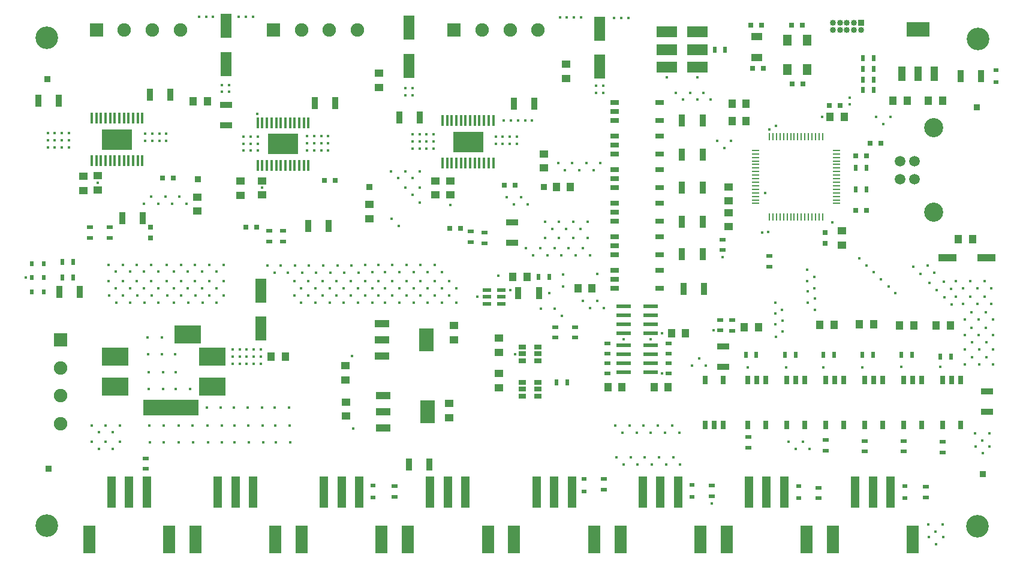
<source format=gts>
G04 #@! TF.FileFunction,Soldermask,Top*
%FSLAX46Y46*%
G04 Gerber Fmt 4.6, Leading zero omitted, Abs format (unit mm)*
G04 Created by KiCad (PCBNEW 4.0.1-stable) date 2018/02/20 17:04:27*
%MOMM*%
G01*
G04 APERTURE LIST*
%ADD10C,0.150000*%
%ADD11R,0.900000X1.700000*%
%ADD12C,0.400000*%
%ADD13R,1.600000X3.500000*%
%ADD14R,3.800000X2.500000*%
%ADD15R,7.900000X2.300000*%
%ADD16C,1.900000*%
%ADD17R,1.900000X1.900000*%
%ADD18R,1.000000X1.250000*%
%ADD19R,0.800000X0.750000*%
%ADD20R,1.250000X1.000000*%
%ADD21R,0.750000X0.800000*%
%ADD22R,0.850000X0.850000*%
%ADD23R,1.060000X0.650000*%
%ADD24R,0.800000X0.600000*%
%ADD25R,0.600000X0.800000*%
%ADD26O,0.850000X0.850000*%
%ADD27R,0.900000X0.500000*%
%ADD28R,1.700000X0.900000*%
%ADD29R,0.500000X0.900000*%
%ADD30R,2.500000X1.000000*%
%ADD31R,3.000000X1.500000*%
%ADD32R,1.000000X0.250000*%
%ADD33R,0.250000X1.000000*%
%ADD34R,2.000000X0.530000*%
%ADD35R,1.200000X0.500000*%
%ADD36R,1.200000X1.500000*%
%ADD37R,1.600000X1.000000*%
%ADD38R,1.800000X3.900000*%
%ADD39R,1.300000X4.500000*%
%ADD40R,0.800000X1.200000*%
%ADD41R,1.200000X0.800000*%
%ADD42C,1.520000*%
%ADD43C,2.700000*%
%ADD44R,0.450000X1.650000*%
%ADD45R,4.320000X3.000000*%
%ADD46C,3.200000*%
%ADD47R,2.000000X3.200000*%
%ADD48R,2.000000X1.000000*%
%ADD49R,3.200000X2.000000*%
%ADD50R,1.000000X2.000000*%
G04 APERTURE END LIST*
D10*
D11*
X202300000Y-127500000D03*
X205200000Y-127500000D03*
D12*
X201150000Y-127000000D03*
X196500000Y-128000000D03*
X199500000Y-125050000D03*
D13*
X165950000Y-132500000D03*
X165950000Y-127100000D03*
D12*
X161950000Y-135450000D03*
X162950000Y-135450000D03*
X161950000Y-136450000D03*
X162950000Y-136450000D03*
X161950000Y-137450000D03*
X162950000Y-137450000D03*
X154350000Y-148550000D03*
X156350000Y-148550000D03*
X156300000Y-146150000D03*
X154300000Y-146150000D03*
X150200000Y-146150000D03*
X152200000Y-146150000D03*
X152250000Y-148550000D03*
X150250000Y-148550000D03*
X168050000Y-148550000D03*
X170050000Y-148550000D03*
X170000000Y-146150000D03*
X168000000Y-146150000D03*
X169900000Y-143600000D03*
X167900000Y-143600000D03*
X166100000Y-143600000D03*
X166200000Y-146150000D03*
X166250000Y-148550000D03*
X158450000Y-148550000D03*
X160450000Y-148550000D03*
X160400000Y-146150000D03*
X158400000Y-146150000D03*
X160300000Y-143600000D03*
X158300000Y-143600000D03*
X162100000Y-143600000D03*
X164100000Y-143600000D03*
X162200000Y-146150000D03*
X164200000Y-146150000D03*
X164250000Y-148550000D03*
X162250000Y-148550000D03*
X153950000Y-141050000D03*
X155950000Y-141050000D03*
X153900000Y-138650000D03*
X153800000Y-136100000D03*
X150000000Y-136100000D03*
X152000000Y-136100000D03*
X151950000Y-133700000D03*
X149950000Y-133700000D03*
X150100000Y-138650000D03*
X152100000Y-138650000D03*
X152150000Y-141050000D03*
X150150000Y-141050000D03*
D14*
X155650000Y-133300000D03*
X159050000Y-136400000D03*
X159050000Y-140700000D03*
D15*
X153200000Y-143600000D03*
D14*
X145350000Y-136400000D03*
X145350000Y-140700000D03*
D12*
X243450000Y-149500000D03*
X241450000Y-149500000D03*
X242450000Y-148500000D03*
X240450000Y-148500000D03*
X159700000Y-128800000D03*
X157700000Y-128800000D03*
X155700000Y-128800000D03*
X153700000Y-128800000D03*
X160700000Y-127800000D03*
X158700000Y-127800000D03*
X156700000Y-127800000D03*
X154700000Y-127800000D03*
X152700000Y-127800000D03*
X144500000Y-127800000D03*
X146500000Y-127800000D03*
X148500000Y-127800000D03*
X150500000Y-127800000D03*
X145500000Y-128800000D03*
X147500000Y-128800000D03*
X149500000Y-128800000D03*
X151500000Y-128800000D03*
X165450000Y-102150000D03*
X217200000Y-133950000D03*
X262350000Y-125850000D03*
X263350000Y-126850000D03*
X261350000Y-127050000D03*
X260350000Y-126050000D03*
X258050000Y-123750000D03*
X259050000Y-124750000D03*
X159200000Y-88450000D03*
X158200000Y-88450000D03*
X157200000Y-88450000D03*
X162850000Y-88450000D03*
X163850000Y-88450000D03*
X164850000Y-88450000D03*
X217850000Y-88600000D03*
X216850000Y-88600000D03*
X215850000Y-88600000D03*
X208150000Y-88550000D03*
X209150000Y-88550000D03*
X210150000Y-88550000D03*
X211150000Y-88550000D03*
D13*
X213750000Y-95500000D03*
X213750000Y-90100000D03*
D12*
X238650000Y-133650000D03*
X239550000Y-129850000D03*
X238550000Y-128850000D03*
X238600000Y-131900000D03*
X239600000Y-132900000D03*
X239600000Y-131350000D03*
X238600000Y-130350000D03*
X243150000Y-127250000D03*
X244150000Y-128250000D03*
X244150000Y-129800000D03*
X243150000Y-128800000D03*
X243100000Y-125750000D03*
X244100000Y-126750000D03*
X254550000Y-126500000D03*
X255550000Y-127500000D03*
X253500000Y-125500000D03*
X252500000Y-124500000D03*
X250450000Y-122550000D03*
X251450000Y-123550000D03*
X266350000Y-136550000D03*
X268350000Y-136550000D03*
X265350000Y-137550000D03*
X267350000Y-137550000D03*
X269350000Y-137550000D03*
X269350000Y-135400000D03*
X267350000Y-135400000D03*
X265350000Y-135400000D03*
X268350000Y-134400000D03*
X266350000Y-134400000D03*
X266300000Y-130200000D03*
X268300000Y-130200000D03*
X265300000Y-131200000D03*
X267300000Y-131200000D03*
X269300000Y-131200000D03*
X269300000Y-133350000D03*
X267300000Y-133350000D03*
X265300000Y-133350000D03*
X268300000Y-132350000D03*
X266300000Y-132350000D03*
X261050000Y-124550000D03*
X244100000Y-125200000D03*
X260050000Y-123550000D03*
X243100000Y-124200000D03*
X230350000Y-106000000D03*
X232350000Y-106000000D03*
X231350000Y-107000000D03*
X228450000Y-99150000D03*
X229450000Y-100150000D03*
X227550000Y-100150000D03*
X225550000Y-100150000D03*
X226550000Y-99150000D03*
X224550000Y-99150000D03*
X237150000Y-113300000D03*
X263450000Y-129050000D03*
X262450000Y-128050000D03*
X227800000Y-136700000D03*
X226800000Y-137700000D03*
X228800000Y-137700000D03*
X264100000Y-127950000D03*
X266100000Y-127950000D03*
X268100000Y-127950000D03*
X265100000Y-128950000D03*
X267100000Y-128950000D03*
X269100000Y-128950000D03*
X249050000Y-100800000D03*
X249050000Y-99850000D03*
X252850000Y-102600000D03*
X254850000Y-102600000D03*
X253850000Y-103600000D03*
X238700000Y-103850000D03*
X193500000Y-128800000D03*
X191500000Y-128800000D03*
X189500000Y-128800000D03*
X187500000Y-128800000D03*
X185500000Y-128800000D03*
X183500000Y-128800000D03*
X192500000Y-127800000D03*
X190500000Y-127800000D03*
X188500000Y-127800000D03*
X186500000Y-127800000D03*
X184500000Y-127800000D03*
X182500000Y-127800000D03*
X170650000Y-127800000D03*
X172650000Y-127800000D03*
X174650000Y-127800000D03*
X176650000Y-127800000D03*
X178650000Y-127800000D03*
X180650000Y-127800000D03*
X171650000Y-128800000D03*
X173650000Y-128800000D03*
X175650000Y-128800000D03*
X177650000Y-128800000D03*
X179650000Y-128800000D03*
X181650000Y-128800000D03*
X168750000Y-123600000D03*
X170750000Y-123600000D03*
X172750000Y-123600000D03*
X174750000Y-123600000D03*
X176750000Y-123600000D03*
X178750000Y-123600000D03*
X169750000Y-124600000D03*
X171750000Y-124600000D03*
X173750000Y-124600000D03*
X175750000Y-124600000D03*
X177750000Y-124600000D03*
X179750000Y-124600000D03*
X167900000Y-124600000D03*
X166900000Y-123600000D03*
X213450000Y-124750000D03*
X208650000Y-124800000D03*
X208650000Y-126500000D03*
X208450000Y-130700000D03*
X201800000Y-136100000D03*
X207450000Y-129700000D03*
X205450000Y-129700000D03*
X211400000Y-128600000D03*
X213400000Y-128600000D03*
X212400000Y-129600000D03*
X214400000Y-129600000D03*
X203650000Y-114900000D03*
X201650000Y-114900000D03*
X202650000Y-113900000D03*
X200650000Y-113900000D03*
X207900000Y-109100000D03*
X209900000Y-109100000D03*
X211900000Y-109100000D03*
X213900000Y-109100000D03*
X208900000Y-110100000D03*
X210900000Y-110100000D03*
X212900000Y-110100000D03*
X266850000Y-149100000D03*
X268850000Y-149100000D03*
X267850000Y-150100000D03*
X267800000Y-148300000D03*
X268800000Y-147300000D03*
X266800000Y-147300000D03*
X260200000Y-160150000D03*
X262200000Y-160150000D03*
X261200000Y-161150000D03*
X261250000Y-162950000D03*
X262250000Y-161950000D03*
X260250000Y-161950000D03*
X225000000Y-147200000D03*
X223000000Y-147200000D03*
X221000000Y-147200000D03*
X219000000Y-147200000D03*
X217000000Y-147200000D03*
X224000000Y-146200000D03*
X222000000Y-146200000D03*
X220000000Y-146200000D03*
X218000000Y-146200000D03*
X216000000Y-146200000D03*
X212400000Y-122100000D03*
X210400000Y-122100000D03*
X208400000Y-122100000D03*
X206400000Y-122100000D03*
X204400000Y-122100000D03*
X211400000Y-121100000D03*
X209400000Y-121100000D03*
X207400000Y-121100000D03*
X205400000Y-121100000D03*
X203400000Y-121100000D03*
X206050000Y-119700000D03*
X208050000Y-119700000D03*
X210050000Y-119700000D03*
X212050000Y-119700000D03*
X211050000Y-118400000D03*
X209050000Y-118400000D03*
X207050000Y-118400000D03*
X212050000Y-117400000D03*
X210050000Y-117400000D03*
X208050000Y-117400000D03*
X206050000Y-117400000D03*
X144450000Y-123450000D03*
X146450000Y-123450000D03*
X148450000Y-123450000D03*
X150450000Y-123450000D03*
X145450000Y-124450000D03*
X147450000Y-124450000D03*
X149450000Y-124450000D03*
X151450000Y-124450000D03*
X151450000Y-126750000D03*
X149450000Y-126750000D03*
X147450000Y-126750000D03*
X145450000Y-126750000D03*
X150450000Y-125750000D03*
X148450000Y-125750000D03*
X146450000Y-125750000D03*
X144450000Y-125750000D03*
X156200000Y-143600000D03*
X154200000Y-143600000D03*
X152200000Y-143600000D03*
X150200000Y-143600000D03*
X142050000Y-148450000D03*
X144050000Y-148450000D03*
X146050000Y-148450000D03*
X143050000Y-149450000D03*
X145050000Y-149450000D03*
X145050000Y-147150000D03*
X143050000Y-147150000D03*
X146050000Y-146150000D03*
X144050000Y-146150000D03*
X142050000Y-146150000D03*
X152650000Y-125750000D03*
X154650000Y-125750000D03*
X156650000Y-125750000D03*
X158650000Y-125750000D03*
X160650000Y-125750000D03*
X153650000Y-126750000D03*
X155650000Y-126750000D03*
X157650000Y-126750000D03*
X159650000Y-126750000D03*
X159650000Y-124450000D03*
X157650000Y-124450000D03*
X155650000Y-124450000D03*
X153650000Y-124450000D03*
X160650000Y-123450000D03*
X158650000Y-123450000D03*
X156650000Y-123450000D03*
X154650000Y-123450000D03*
X152650000Y-123450000D03*
X184350000Y-110250000D03*
X186350000Y-110250000D03*
X188350000Y-110250000D03*
X185350000Y-111250000D03*
X187350000Y-111250000D03*
X187350000Y-113550000D03*
X188350000Y-112550000D03*
X186350000Y-112550000D03*
X184400000Y-116950000D03*
X185400000Y-117950000D03*
X188400000Y-114650000D03*
X216150000Y-150700000D03*
X218150000Y-150700000D03*
X220150000Y-150700000D03*
X222150000Y-150700000D03*
X224150000Y-150700000D03*
X180650000Y-123500000D03*
X217150000Y-151700000D03*
X219150000Y-151700000D03*
X221150000Y-151700000D03*
X223150000Y-151700000D03*
X225150000Y-151700000D03*
X181650000Y-124500000D03*
X181650000Y-126800000D03*
X179650000Y-126800000D03*
X177650000Y-126800000D03*
X175650000Y-126800000D03*
X173650000Y-126800000D03*
X171650000Y-126800000D03*
X180650000Y-125800000D03*
X178650000Y-125800000D03*
X176650000Y-125800000D03*
X174650000Y-125800000D03*
X172650000Y-125800000D03*
X170650000Y-125800000D03*
X182500000Y-125800000D03*
X184500000Y-125800000D03*
X186500000Y-125800000D03*
X188500000Y-125800000D03*
X190500000Y-125800000D03*
X192500000Y-125800000D03*
X183500000Y-126800000D03*
X185500000Y-126800000D03*
X187500000Y-126800000D03*
X189500000Y-126800000D03*
X191500000Y-126800000D03*
X193500000Y-126800000D03*
X151450000Y-114850000D03*
X191500000Y-124500000D03*
X189500000Y-124500000D03*
X187500000Y-124500000D03*
X185500000Y-124500000D03*
X183500000Y-124500000D03*
X155450000Y-114850000D03*
X153450000Y-114850000D03*
X149450000Y-114850000D03*
X190500000Y-123500000D03*
X188500000Y-123500000D03*
X186500000Y-123500000D03*
X184500000Y-123500000D03*
X182500000Y-123500000D03*
X154450000Y-113850000D03*
X152450000Y-113850000D03*
X150450000Y-113850000D03*
X259800000Y-90700000D03*
X258800000Y-90700000D03*
X257800000Y-90700000D03*
X246650000Y-117500000D03*
X245150000Y-102550000D03*
X229850000Y-132750000D03*
X222600000Y-133150000D03*
X261900000Y-137900000D03*
X250900000Y-137950000D03*
X259800000Y-89700000D03*
X258800000Y-89700000D03*
X257800000Y-89700000D03*
X237600000Y-118800000D03*
X231100000Y-122350000D03*
X237750000Y-104350000D03*
X227600000Y-97000000D03*
X223300000Y-97000000D03*
X222550000Y-138850000D03*
X256400000Y-137900000D03*
X245350000Y-138000000D03*
X240150000Y-138000000D03*
X234650000Y-137950000D03*
X221000000Y-133950000D03*
X236700000Y-118950000D03*
X269100000Y-126800000D03*
X267100000Y-126800000D03*
X265100000Y-126800000D03*
X268100000Y-125800000D03*
X266100000Y-125800000D03*
D16*
X137700000Y-145930000D03*
X137700000Y-141970000D03*
D17*
X137700000Y-134050000D03*
D16*
X137700000Y-138010000D03*
D12*
X187350000Y-99500000D03*
X186350000Y-99500000D03*
X214300000Y-99150000D03*
X213300000Y-99150000D03*
X165950000Y-137450000D03*
X164950000Y-137450000D03*
X163950000Y-137450000D03*
X132750000Y-125250000D03*
X161450000Y-99050000D03*
X160450000Y-99050000D03*
X187350000Y-98500000D03*
X186350000Y-98500000D03*
X214300000Y-98150000D03*
X213300000Y-98150000D03*
X165950000Y-136450000D03*
X164950000Y-136450000D03*
X163950000Y-136450000D03*
X142900000Y-111900000D03*
X166100000Y-112600000D03*
X192700000Y-115050000D03*
X161450000Y-98050000D03*
X160450000Y-98050000D03*
X178950000Y-146600000D03*
X206700000Y-127500000D03*
X178850000Y-136350000D03*
X229600000Y-157150000D03*
X165950000Y-135450000D03*
X164950000Y-135450000D03*
X163950000Y-135450000D03*
X202100000Y-106400000D03*
X201100000Y-106400000D03*
X200100000Y-106400000D03*
X199100000Y-106400000D03*
X190350000Y-107050000D03*
X189350000Y-107050000D03*
X188350000Y-107050000D03*
X187350000Y-107050000D03*
X175450000Y-107300000D03*
X174450000Y-107300000D03*
X173450000Y-107300000D03*
X172450000Y-107300000D03*
X165500000Y-107350000D03*
X164500000Y-107350000D03*
X163500000Y-107350000D03*
X204250000Y-103050000D03*
X203250000Y-103050000D03*
X202250000Y-103050000D03*
X201250000Y-103050000D03*
X200250000Y-103050000D03*
X202100000Y-105400000D03*
X201100000Y-105400000D03*
X200100000Y-105400000D03*
X199100000Y-105400000D03*
X190350000Y-106050000D03*
X189350000Y-106050000D03*
X188350000Y-106050000D03*
X187350000Y-106050000D03*
X175450000Y-106300000D03*
X174450000Y-106300000D03*
X173450000Y-106300000D03*
X172450000Y-106300000D03*
X165500000Y-106350000D03*
X164500000Y-106350000D03*
X163500000Y-106350000D03*
X264100000Y-125800000D03*
X190350000Y-105050000D03*
X189350000Y-105050000D03*
X188350000Y-105050000D03*
X187350000Y-105050000D03*
X175450000Y-105300000D03*
X174450000Y-105300000D03*
X173450000Y-105300000D03*
X172450000Y-105300000D03*
X165500000Y-105350000D03*
X164500000Y-105350000D03*
X163500000Y-105350000D03*
X138850000Y-106900000D03*
X137850000Y-106900000D03*
X136850000Y-106900000D03*
X135850000Y-106900000D03*
X196700000Y-107150000D03*
X195700000Y-107150000D03*
X194700000Y-107150000D03*
X193700000Y-107150000D03*
X170700000Y-107450000D03*
X169700000Y-107450000D03*
X168700000Y-107450000D03*
X167700000Y-107450000D03*
X147150000Y-106800000D03*
X146150000Y-106800000D03*
X145150000Y-106800000D03*
X144150000Y-106800000D03*
X152600000Y-105950000D03*
X151600000Y-105950000D03*
X150600000Y-105950000D03*
X149600000Y-105950000D03*
X138850000Y-105900000D03*
X137850000Y-105900000D03*
X136850000Y-105900000D03*
X135850000Y-105900000D03*
X196700000Y-106150000D03*
X195700000Y-106150000D03*
X194700000Y-106150000D03*
X193700000Y-106150000D03*
X170700000Y-106450000D03*
X169700000Y-106450000D03*
X168700000Y-106450000D03*
X167700000Y-106450000D03*
X147150000Y-105800000D03*
X146150000Y-105800000D03*
X145150000Y-105800000D03*
X144150000Y-105800000D03*
X152600000Y-104950000D03*
X151600000Y-104950000D03*
X150600000Y-104950000D03*
X149600000Y-104950000D03*
X138850000Y-104900000D03*
X137850000Y-104900000D03*
X136850000Y-104900000D03*
X135850000Y-104900000D03*
X196700000Y-105150000D03*
X195700000Y-105150000D03*
X194700000Y-105150000D03*
X193700000Y-105150000D03*
X170700000Y-105450000D03*
X169700000Y-105450000D03*
X168700000Y-105450000D03*
X167700000Y-105450000D03*
X147150000Y-104800000D03*
X146150000Y-104800000D03*
X145150000Y-104800000D03*
D18*
X236200000Y-132250000D03*
X234200000Y-132250000D03*
D19*
X153550000Y-111200000D03*
X152050000Y-111200000D03*
D18*
X158400000Y-100350000D03*
X156400000Y-100350000D03*
D13*
X161000000Y-95100000D03*
X161000000Y-89700000D03*
D20*
X142900000Y-110900000D03*
X142900000Y-112900000D03*
D21*
X150350000Y-118150000D03*
X150350000Y-119650000D03*
D20*
X140850000Y-110950000D03*
X140850000Y-112950000D03*
X157000000Y-113900000D03*
X157000000Y-115900000D03*
D22*
X157050000Y-111350000D03*
X135800000Y-97200000D03*
X135950000Y-152300000D03*
X267900000Y-153050000D03*
X267000000Y-101250000D03*
D23*
X202850000Y-140100000D03*
X202850000Y-141050000D03*
X202850000Y-142000000D03*
X205050000Y-142000000D03*
X205050000Y-140100000D03*
X205050000Y-141050000D03*
X202850000Y-135100000D03*
X202850000Y-136050000D03*
X202850000Y-137000000D03*
X205050000Y-137000000D03*
X205050000Y-135100000D03*
X205050000Y-136050000D03*
D20*
X177950000Y-144850000D03*
X177950000Y-142850000D03*
D18*
X260200000Y-100300000D03*
X262200000Y-100300000D03*
D19*
X251950000Y-106300000D03*
X253450000Y-106300000D03*
D20*
X192550000Y-143050000D03*
X192550000Y-145050000D03*
D18*
X257200000Y-100300000D03*
X255200000Y-100300000D03*
D20*
X177900000Y-137700000D03*
X177900000Y-139700000D03*
X193200000Y-132050000D03*
X193200000Y-134050000D03*
D21*
X245600000Y-120450000D03*
X245600000Y-118950000D03*
D19*
X247700000Y-101000000D03*
X246200000Y-101000000D03*
X240950000Y-97900000D03*
X242450000Y-97900000D03*
D18*
X264400000Y-119850000D03*
X266400000Y-119850000D03*
D19*
X242400000Y-89650000D03*
X240900000Y-89650000D03*
D20*
X231950000Y-112450000D03*
X231950000Y-114450000D03*
D19*
X236650000Y-89600000D03*
X235150000Y-89600000D03*
D20*
X231950000Y-118100000D03*
X231950000Y-116100000D03*
D18*
X234450000Y-103150000D03*
X232450000Y-103150000D03*
X223900000Y-133150000D03*
X225900000Y-133150000D03*
X234450000Y-100700000D03*
X232450000Y-100700000D03*
D19*
X236850000Y-95750000D03*
X235350000Y-95750000D03*
D18*
X246300000Y-102550000D03*
X248300000Y-102550000D03*
D20*
X247950000Y-118700000D03*
X247950000Y-120700000D03*
D18*
X167400000Y-136400000D03*
X169400000Y-136400000D03*
D20*
X199550000Y-133850000D03*
X199550000Y-135850000D03*
D18*
X256150000Y-132000000D03*
X258150000Y-132000000D03*
X263300000Y-132000000D03*
X261300000Y-132000000D03*
X212700000Y-126800000D03*
X210700000Y-126800000D03*
X246850000Y-131950000D03*
X244850000Y-131950000D03*
D20*
X199550000Y-138850000D03*
X199550000Y-140850000D03*
D18*
X221450000Y-140800000D03*
X223450000Y-140800000D03*
X216950000Y-140800000D03*
X214950000Y-140800000D03*
D19*
X163850000Y-118150000D03*
X165350000Y-118150000D03*
D18*
X203500000Y-125150000D03*
X201500000Y-125150000D03*
D19*
X192650000Y-118300000D03*
X194150000Y-118300000D03*
D20*
X182600000Y-96400000D03*
X182600000Y-98400000D03*
X209000000Y-95150000D03*
X209000000Y-97150000D03*
D13*
X186850000Y-95400000D03*
X186850000Y-90000000D03*
D20*
X205900000Y-107800000D03*
X205900000Y-109800000D03*
X166100000Y-111600000D03*
X166100000Y-113600000D03*
X192700000Y-111600000D03*
X192700000Y-113600000D03*
D19*
X176400000Y-111550000D03*
X174900000Y-111550000D03*
X201850000Y-112200000D03*
X200350000Y-112200000D03*
D20*
X163050000Y-111650000D03*
X163050000Y-113650000D03*
X190600000Y-113600000D03*
X190600000Y-111600000D03*
X181300000Y-114950000D03*
X181300000Y-116950000D03*
D18*
X207650000Y-112500000D03*
X209650000Y-112500000D03*
X252450000Y-131900000D03*
X250450000Y-131900000D03*
D24*
X269700000Y-97650000D03*
X269700000Y-95950000D03*
D25*
X133600000Y-125300000D03*
X135300000Y-125300000D03*
X133600000Y-123300000D03*
X135300000Y-123300000D03*
X133600000Y-127300000D03*
X135300000Y-127300000D03*
D24*
X241900000Y-154750000D03*
X241900000Y-156450000D03*
X256900000Y-154750000D03*
X256900000Y-156450000D03*
X211600000Y-153750000D03*
X211600000Y-155450000D03*
X226800000Y-154550000D03*
X226800000Y-156250000D03*
X181800000Y-154650000D03*
X181800000Y-156350000D03*
D22*
X250700000Y-89300000D03*
D26*
X250700000Y-90300000D03*
X249700000Y-89300000D03*
X249700000Y-90300000D03*
X248700000Y-89300000D03*
X248700000Y-90300000D03*
X247700000Y-89300000D03*
X247700000Y-90300000D03*
X246700000Y-89300000D03*
X246700000Y-90300000D03*
D22*
X181300000Y-112500000D03*
X205900000Y-112500000D03*
D27*
X231100000Y-121400000D03*
X231100000Y-119900000D03*
X237700000Y-122200000D03*
X237700000Y-123700000D03*
X244700000Y-156450000D03*
X244700000Y-154950000D03*
X259800000Y-156350000D03*
X259800000Y-154850000D03*
D11*
X267650000Y-96800000D03*
X264750000Y-96800000D03*
D27*
X214400000Y-155250000D03*
X214400000Y-153750000D03*
D28*
X231200000Y-137900000D03*
X231200000Y-135000000D03*
D27*
X229600000Y-154650000D03*
X229600000Y-156150000D03*
X184800000Y-154750000D03*
X184800000Y-156250000D03*
D29*
X252450000Y-98800000D03*
X250950000Y-98800000D03*
X252450000Y-97300000D03*
X250950000Y-97300000D03*
X252450000Y-95800000D03*
X250950000Y-95800000D03*
X252450000Y-94300000D03*
X250950000Y-94300000D03*
X256400000Y-136200000D03*
X257900000Y-136200000D03*
X261850000Y-136400000D03*
X263350000Y-136400000D03*
X245350000Y-136200000D03*
X246850000Y-136200000D03*
X251450000Y-109800000D03*
X249950000Y-109800000D03*
X251450000Y-112800000D03*
X249950000Y-112800000D03*
X250900000Y-136200000D03*
X252400000Y-136200000D03*
X234400000Y-136200000D03*
X235900000Y-136200000D03*
X137950000Y-125300000D03*
X139450000Y-125300000D03*
X139450000Y-123050000D03*
X137950000Y-123050000D03*
D27*
X149700000Y-150800000D03*
X149700000Y-152300000D03*
D11*
X137500000Y-127300000D03*
X140400000Y-127300000D03*
D29*
X230000000Y-93050000D03*
X231500000Y-93050000D03*
D27*
X232500000Y-132800000D03*
X232500000Y-131300000D03*
X230800000Y-132750000D03*
X230800000Y-131250000D03*
D29*
X239950000Y-136200000D03*
X241450000Y-136200000D03*
D27*
X141850000Y-119650000D03*
X141850000Y-118150000D03*
X144600000Y-119650000D03*
X144600000Y-118150000D03*
X207500000Y-132250000D03*
X207500000Y-133750000D03*
D11*
X137400000Y-100300000D03*
X134500000Y-100300000D03*
D27*
X210300000Y-132250000D03*
X210300000Y-133750000D03*
D29*
X209200000Y-140050000D03*
X207700000Y-140050000D03*
D11*
X150275000Y-99425000D03*
X153175000Y-99425000D03*
D28*
X268450000Y-141350000D03*
X268450000Y-144250000D03*
D11*
X189750000Y-151700000D03*
X186850000Y-151700000D03*
D27*
X223500000Y-138850000D03*
X223500000Y-137350000D03*
X223500000Y-134550000D03*
X223500000Y-136050000D03*
D11*
X225650000Y-126850000D03*
X228550000Y-126850000D03*
X225400000Y-121950000D03*
X228300000Y-121950000D03*
X225400000Y-117350000D03*
X228300000Y-117350000D03*
X225400000Y-112600000D03*
X228300000Y-112600000D03*
X225400000Y-107900000D03*
X228300000Y-107900000D03*
X225400000Y-103050000D03*
X228300000Y-103050000D03*
D27*
X214900000Y-134550000D03*
X214900000Y-136050000D03*
X214900000Y-138850000D03*
X214900000Y-137350000D03*
D29*
X205150000Y-125150000D03*
X206650000Y-125150000D03*
D27*
X169100000Y-120150000D03*
X169100000Y-118650000D03*
X167100000Y-120150000D03*
X167100000Y-118650000D03*
X195600000Y-120250000D03*
X195600000Y-118750000D03*
X197500000Y-120450000D03*
X197500000Y-118950000D03*
D11*
X172600000Y-117950000D03*
X175500000Y-117950000D03*
D28*
X201400000Y-117450000D03*
X201400000Y-120350000D03*
X161000000Y-100850000D03*
X161000000Y-103750000D03*
D11*
X188400000Y-102700000D03*
X185500000Y-102700000D03*
X173550000Y-100600000D03*
X176450000Y-100600000D03*
X201650000Y-100725000D03*
X204550000Y-100725000D03*
D30*
X262900000Y-122500000D03*
X268400000Y-122500000D03*
D31*
X223300000Y-95550000D03*
X223300000Y-93050000D03*
X223300000Y-90550000D03*
X227600000Y-90550000D03*
X227600000Y-93050000D03*
X227600000Y-95550000D03*
D32*
X235800000Y-107300000D03*
X235800000Y-107800000D03*
X235800000Y-108300000D03*
X235800000Y-108800000D03*
X235800000Y-109300000D03*
X235800000Y-109800000D03*
X235800000Y-110300000D03*
X235800000Y-110800000D03*
X235800000Y-111300000D03*
X235800000Y-111800000D03*
X235800000Y-112300000D03*
X235800000Y-112800000D03*
X235800000Y-113300000D03*
X235800000Y-113800000D03*
X235800000Y-114300000D03*
X235800000Y-114800000D03*
D33*
X237750000Y-116750000D03*
X238250000Y-116750000D03*
X238750000Y-116750000D03*
X239250000Y-116750000D03*
X239750000Y-116750000D03*
X240250000Y-116750000D03*
X240750000Y-116750000D03*
X241250000Y-116750000D03*
X241750000Y-116750000D03*
X242250000Y-116750000D03*
X242750000Y-116750000D03*
X243250000Y-116750000D03*
X243750000Y-116750000D03*
X244250000Y-116750000D03*
X244750000Y-116750000D03*
X245250000Y-116750000D03*
D32*
X247200000Y-114800000D03*
X247200000Y-114300000D03*
X247200000Y-113800000D03*
X247200000Y-113300000D03*
X247200000Y-112800000D03*
X247200000Y-112300000D03*
X247200000Y-111800000D03*
X247200000Y-111300000D03*
X247200000Y-110800000D03*
X247200000Y-110300000D03*
X247200000Y-109800000D03*
X247200000Y-109300000D03*
X247200000Y-108800000D03*
X247200000Y-108300000D03*
X247200000Y-107800000D03*
X247200000Y-107300000D03*
D33*
X245250000Y-105350000D03*
X244750000Y-105350000D03*
X244250000Y-105350000D03*
X243750000Y-105350000D03*
X243250000Y-105350000D03*
X242750000Y-105350000D03*
X242250000Y-105350000D03*
X241750000Y-105350000D03*
X241250000Y-105350000D03*
X240750000Y-105350000D03*
X240250000Y-105350000D03*
X239750000Y-105350000D03*
X239250000Y-105350000D03*
X238750000Y-105350000D03*
X238250000Y-105350000D03*
X237750000Y-105350000D03*
D34*
X221010000Y-138610000D03*
X221010000Y-137340000D03*
X221010000Y-136070000D03*
X221010000Y-134800000D03*
X217200000Y-134800000D03*
X217200000Y-136070000D03*
X217200000Y-137340000D03*
X217200000Y-138610000D03*
D35*
X197900000Y-128000000D03*
X197900000Y-127000000D03*
X197900000Y-129000000D03*
X199900000Y-129000000D03*
X199900000Y-128000000D03*
X199900000Y-127000000D03*
D19*
X251450000Y-108050000D03*
X249950000Y-108050000D03*
X251450000Y-115800000D03*
X249950000Y-115800000D03*
D36*
X243100000Y-95850000D03*
X243100000Y-91750000D03*
X240300000Y-91750000D03*
X240300000Y-95850000D03*
D37*
X236000000Y-91200000D03*
X236000000Y-94200000D03*
D38*
X153000000Y-162300000D03*
D39*
X149850000Y-155600000D03*
X147350000Y-155600000D03*
X144850000Y-155600000D03*
D38*
X141700000Y-162300000D03*
X243000000Y-162300000D03*
D39*
X239850000Y-155600000D03*
X237350000Y-155600000D03*
X234850000Y-155600000D03*
D38*
X231700000Y-162300000D03*
X198000000Y-162300000D03*
D39*
X194850000Y-155600000D03*
X192350000Y-155600000D03*
X189850000Y-155600000D03*
D38*
X186700000Y-162300000D03*
X258000000Y-162300000D03*
D39*
X254850000Y-155600000D03*
X252350000Y-155600000D03*
X249850000Y-155600000D03*
D38*
X246700000Y-162300000D03*
X213000000Y-162300000D03*
D39*
X209850000Y-155600000D03*
X207350000Y-155600000D03*
X204850000Y-155600000D03*
D38*
X201700000Y-162300000D03*
X228000000Y-162300000D03*
D39*
X224850000Y-155600000D03*
X222350000Y-155600000D03*
X219850000Y-155600000D03*
D38*
X216700000Y-162300000D03*
X183000000Y-162300000D03*
D39*
X179850000Y-155600000D03*
X177350000Y-155600000D03*
X174850000Y-155600000D03*
D38*
X171700000Y-162300000D03*
X168000000Y-162300000D03*
D39*
X164850000Y-155600000D03*
X162350000Y-155600000D03*
X159850000Y-155600000D03*
D38*
X156700000Y-162300000D03*
D34*
X221010000Y-133110000D03*
X221010000Y-131840000D03*
X221010000Y-130570000D03*
X221010000Y-129300000D03*
X217200000Y-129300000D03*
X217200000Y-130570000D03*
X217200000Y-131840000D03*
X217200000Y-133110000D03*
D16*
X179580000Y-90300000D03*
X175620000Y-90300000D03*
D17*
X167700000Y-90300000D03*
D16*
X171660000Y-90300000D03*
X205080000Y-90300000D03*
X201120000Y-90300000D03*
D17*
X193200000Y-90300000D03*
D16*
X197160000Y-90300000D03*
X154580000Y-90300000D03*
X150620000Y-90300000D03*
D17*
X142700000Y-90300000D03*
D16*
X146660000Y-90300000D03*
D40*
X231220000Y-139730000D03*
X228680000Y-139730000D03*
X229950000Y-146080000D03*
X228680000Y-146080000D03*
X231220000Y-146080000D03*
X256680000Y-146070000D03*
X259220000Y-146070000D03*
X257950000Y-139720000D03*
X259220000Y-139720000D03*
X256680000Y-139720000D03*
X262180000Y-146070000D03*
X264720000Y-146070000D03*
X263450000Y-139720000D03*
X264720000Y-139720000D03*
X262180000Y-139720000D03*
X245680000Y-146070000D03*
X248220000Y-146070000D03*
X246950000Y-139720000D03*
X248220000Y-139720000D03*
X245680000Y-139720000D03*
X251180000Y-146070000D03*
X253720000Y-146070000D03*
X252450000Y-139720000D03*
X253720000Y-139720000D03*
X251180000Y-139720000D03*
D41*
X222220000Y-126820000D03*
X222220000Y-124280000D03*
X215870000Y-125550000D03*
X215870000Y-124280000D03*
X215870000Y-126820000D03*
X222220000Y-122070000D03*
X222220000Y-119530000D03*
X215870000Y-120800000D03*
X215870000Y-119530000D03*
X215870000Y-122070000D03*
X222220000Y-117320000D03*
X222220000Y-114780000D03*
X215870000Y-116050000D03*
X215870000Y-114780000D03*
X215870000Y-117320000D03*
X222220000Y-112570000D03*
X222220000Y-110030000D03*
X215870000Y-111300000D03*
X215870000Y-110030000D03*
X215870000Y-112570000D03*
X222220000Y-107820000D03*
X222220000Y-105280000D03*
X215870000Y-106550000D03*
X215870000Y-105280000D03*
X215870000Y-107820000D03*
X222220000Y-103070000D03*
X222220000Y-100530000D03*
X215870000Y-101800000D03*
X215870000Y-100530000D03*
X215870000Y-103070000D03*
D40*
X234680000Y-146070000D03*
X237220000Y-146070000D03*
X235950000Y-139720000D03*
X237220000Y-139720000D03*
X234680000Y-139720000D03*
X240180000Y-146070000D03*
X242720000Y-146070000D03*
X241450000Y-139720000D03*
X242720000Y-139720000D03*
X240180000Y-139720000D03*
D42*
X256200000Y-111340000D03*
X256200000Y-108800000D03*
X258200000Y-108800000D03*
X258200000Y-111340000D03*
D43*
X260900000Y-116070000D03*
X260900000Y-104070000D03*
D44*
X165500000Y-109400000D03*
X166150000Y-109400000D03*
X166800000Y-109400000D03*
X167450000Y-109400000D03*
X168100000Y-109400000D03*
X168750000Y-109400000D03*
X169400000Y-109400000D03*
X170050000Y-109400000D03*
X170700000Y-109400000D03*
X171350000Y-109400000D03*
X172000000Y-109400000D03*
X172650000Y-109400000D03*
X172650000Y-103400000D03*
X172000000Y-103400000D03*
X171350000Y-103400000D03*
X170700000Y-103400000D03*
X170050000Y-103400000D03*
X169400000Y-103400000D03*
X168750000Y-103400000D03*
X168100000Y-103400000D03*
X167450000Y-103400000D03*
X166800000Y-103400000D03*
X166150000Y-103400000D03*
X165500000Y-103400000D03*
D45*
X169100000Y-106400000D03*
D44*
X191600000Y-109100000D03*
X192250000Y-109100000D03*
X192900000Y-109100000D03*
X193550000Y-109100000D03*
X194200000Y-109100000D03*
X194850000Y-109100000D03*
X195500000Y-109100000D03*
X196150000Y-109100000D03*
X196800000Y-109100000D03*
X197450000Y-109100000D03*
X198100000Y-109100000D03*
X198750000Y-109100000D03*
X198750000Y-103100000D03*
X198100000Y-103100000D03*
X197450000Y-103100000D03*
X196800000Y-103100000D03*
X196150000Y-103100000D03*
X195500000Y-103100000D03*
X194850000Y-103100000D03*
X194200000Y-103100000D03*
X193550000Y-103100000D03*
X192900000Y-103100000D03*
X192250000Y-103100000D03*
X191600000Y-103100000D03*
D45*
X195200000Y-106100000D03*
D44*
X142050000Y-108750000D03*
X142700000Y-108750000D03*
X143350000Y-108750000D03*
X144000000Y-108750000D03*
X144650000Y-108750000D03*
X145300000Y-108750000D03*
X145950000Y-108750000D03*
X146600000Y-108750000D03*
X147250000Y-108750000D03*
X147900000Y-108750000D03*
X148550000Y-108750000D03*
X149200000Y-108750000D03*
X149200000Y-102750000D03*
X148550000Y-102750000D03*
X147900000Y-102750000D03*
X147250000Y-102750000D03*
X146600000Y-102750000D03*
X145950000Y-102750000D03*
X145300000Y-102750000D03*
X144650000Y-102750000D03*
X144000000Y-102750000D03*
X143350000Y-102750000D03*
X142700000Y-102750000D03*
X142050000Y-102750000D03*
D45*
X145650000Y-105750000D03*
D12*
X144150000Y-104800000D03*
D46*
X135750000Y-91400000D03*
X135750000Y-160300000D03*
X267200000Y-91550000D03*
X267100000Y-160400000D03*
D11*
X146400000Y-116850000D03*
X149300000Y-116850000D03*
D27*
X234800000Y-149300000D03*
X234800000Y-147800000D03*
X251200000Y-149850000D03*
X251200000Y-148350000D03*
X245700000Y-149750000D03*
X245700000Y-148250000D03*
X262200000Y-149950000D03*
X262200000Y-148450000D03*
X256700000Y-149850000D03*
X256700000Y-148350000D03*
D47*
X189500000Y-144250000D03*
D48*
X183200000Y-144250000D03*
X183200000Y-146550000D03*
X183200000Y-141950000D03*
D49*
X258750000Y-90200000D03*
D50*
X258750000Y-96500000D03*
X261050000Y-96500000D03*
X256450000Y-96500000D03*
D47*
X189350000Y-134050000D03*
D48*
X183050000Y-134050000D03*
X183050000Y-136350000D03*
X183050000Y-131750000D03*
M02*

</source>
